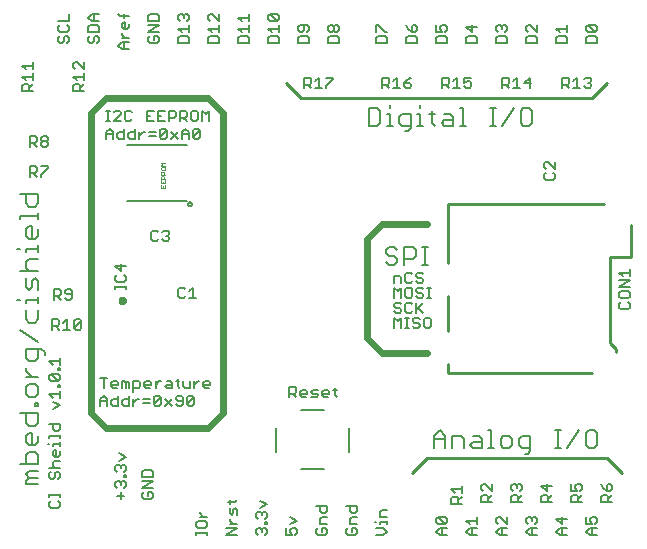
<source format=gto>
G75*
%MOIN*%
%OFA0B0*%
%FSLAX25Y25*%
%IPPOS*%
%LPD*%
%AMOC8*
5,1,8,0,0,1.08239X$1,22.5*
%
%ADD10C,0.00800*%
%ADD11C,0.00500*%
%ADD12C,0.01000*%
%ADD13C,0.02400*%
%ADD14C,0.00600*%
%ADD15C,0.00100*%
%ADD16C,0.00787*%
%ADD17C,0.01600*%
D10*
X0070600Y0041400D02*
X0066463Y0041400D01*
X0066463Y0042434D01*
X0067497Y0043468D01*
X0070600Y0043468D01*
X0067497Y0043468D02*
X0066463Y0044503D01*
X0067497Y0045537D01*
X0070600Y0045537D01*
X0064395Y0047845D02*
X0070600Y0047845D01*
X0070600Y0050948D01*
X0069566Y0051982D01*
X0067497Y0051982D01*
X0066463Y0050948D01*
X0066463Y0047845D01*
X0070600Y0057394D02*
X0070600Y0055325D01*
X0069566Y0054291D01*
X0067497Y0054291D01*
X0066463Y0055325D01*
X0066463Y0057394D01*
X0067497Y0058428D01*
X0068532Y0058428D01*
X0068532Y0054291D01*
X0064395Y0064873D02*
X0070600Y0064873D01*
X0070600Y0061771D01*
X0069566Y0060736D01*
X0067497Y0060736D01*
X0066463Y0061771D01*
X0066463Y0064873D01*
X0070600Y0067182D02*
X0069566Y0067182D01*
X0069566Y0068216D01*
X0070600Y0068216D01*
X0070600Y0067182D01*
X0070600Y0071439D02*
X0070600Y0073507D01*
X0069566Y0074542D01*
X0067497Y0074542D01*
X0066463Y0073507D01*
X0066463Y0071439D01*
X0067497Y0070405D01*
X0069566Y0070405D01*
X0070600Y0071439D01*
X0070600Y0076850D02*
X0066463Y0076850D01*
X0068532Y0076850D02*
X0066463Y0078919D01*
X0066463Y0079953D01*
X0072668Y0084290D02*
X0072668Y0085324D01*
X0071634Y0086358D01*
X0066463Y0086358D01*
X0066463Y0083256D01*
X0067497Y0082221D01*
X0069566Y0082221D01*
X0070600Y0083256D01*
X0070600Y0086358D01*
X0070600Y0088667D02*
X0064395Y0092804D01*
X0066463Y0099249D02*
X0066463Y0096147D01*
X0067497Y0095112D01*
X0069566Y0095112D01*
X0070600Y0096147D01*
X0070600Y0099249D01*
X0066463Y0101558D02*
X0066463Y0102592D01*
X0070600Y0102592D01*
X0070600Y0101558D02*
X0070600Y0103626D01*
X0064395Y0102592D02*
X0063360Y0102592D01*
X0070600Y0105855D02*
X0070600Y0108958D01*
X0069566Y0109992D01*
X0068532Y0108958D01*
X0068532Y0106889D01*
X0067497Y0105855D01*
X0066463Y0106889D01*
X0066463Y0109992D01*
X0064395Y0112300D02*
X0070600Y0112300D01*
X0067497Y0112300D02*
X0066463Y0113335D01*
X0066463Y0115403D01*
X0067497Y0116437D01*
X0070600Y0116437D01*
X0066463Y0118746D02*
X0066463Y0119780D01*
X0070600Y0119780D01*
X0070600Y0118746D02*
X0070600Y0120814D01*
X0064395Y0119780D02*
X0063360Y0119780D01*
X0070600Y0126146D02*
X0070600Y0124077D01*
X0069566Y0123043D01*
X0067497Y0123043D01*
X0066463Y0124077D01*
X0066463Y0126146D01*
X0067497Y0127180D01*
X0068532Y0127180D01*
X0068532Y0123043D01*
X0064395Y0129488D02*
X0064395Y0130523D01*
X0070600Y0130523D01*
X0070600Y0131557D02*
X0070600Y0129488D01*
X0064395Y0137922D02*
X0070600Y0137922D01*
X0070600Y0134820D01*
X0069566Y0133785D01*
X0067497Y0133785D01*
X0066463Y0134820D01*
X0066463Y0137922D01*
X0202400Y0053400D02*
X0202400Y0057270D01*
X0204335Y0059205D01*
X0206270Y0057270D01*
X0206270Y0053400D01*
X0206270Y0056302D02*
X0202400Y0056302D01*
X0208477Y0053400D02*
X0208477Y0057270D01*
X0211380Y0057270D01*
X0212347Y0056302D01*
X0212347Y0053400D01*
X0215522Y0057270D02*
X0217457Y0057270D01*
X0218424Y0056302D01*
X0218424Y0053400D01*
X0215522Y0053400D01*
X0214554Y0054367D01*
X0215522Y0055335D01*
X0218424Y0055335D01*
X0220632Y0059205D02*
X0221599Y0059205D01*
X0221599Y0053400D01*
X0220632Y0053400D02*
X0222567Y0053400D01*
X0225651Y0053400D02*
X0227585Y0053400D01*
X0228553Y0054367D01*
X0228553Y0056302D01*
X0227585Y0057270D01*
X0225651Y0057270D01*
X0224683Y0056302D01*
X0224683Y0054367D01*
X0225651Y0053400D01*
X0232695Y0051465D02*
X0233663Y0051465D01*
X0234630Y0052433D01*
X0234630Y0057270D01*
X0231728Y0057270D01*
X0230760Y0056302D01*
X0230760Y0054367D01*
X0231728Y0053400D01*
X0234630Y0053400D01*
X0242915Y0053400D02*
X0244850Y0053400D01*
X0243882Y0053400D02*
X0243882Y0059205D01*
X0242915Y0059205D02*
X0244850Y0059205D01*
X0250836Y0059205D02*
X0246966Y0053400D01*
X0255946Y0059205D02*
X0254011Y0059205D01*
X0253043Y0058237D01*
X0253043Y0054367D01*
X0254011Y0053400D01*
X0255946Y0053400D01*
X0256913Y0054367D01*
X0256913Y0058237D01*
X0255946Y0059205D01*
X0180680Y0166605D02*
X0180680Y0160800D01*
X0183582Y0160800D01*
X0184549Y0161767D01*
X0184549Y0165637D01*
X0183582Y0166605D01*
X0180680Y0166605D01*
X0186757Y0164670D02*
X0187724Y0164670D01*
X0187724Y0160800D01*
X0186757Y0160800D02*
X0188692Y0160800D01*
X0187724Y0166605D02*
X0187724Y0167572D01*
X0192743Y0158865D02*
X0193711Y0158865D01*
X0194678Y0159833D01*
X0194678Y0164670D01*
X0191776Y0164670D01*
X0190808Y0163702D01*
X0190808Y0161767D01*
X0191776Y0160800D01*
X0194678Y0160800D01*
X0196885Y0164670D02*
X0197853Y0164670D01*
X0197853Y0160800D01*
X0198820Y0160800D02*
X0196885Y0160800D01*
X0197853Y0166605D02*
X0197853Y0167572D01*
X0201904Y0165637D02*
X0201904Y0161767D01*
X0202872Y0160800D01*
X0202872Y0164670D02*
X0200937Y0164670D01*
X0205956Y0164670D02*
X0207891Y0164670D01*
X0208858Y0163702D01*
X0208858Y0160800D01*
X0205956Y0160800D01*
X0204988Y0161767D01*
X0205956Y0162735D01*
X0208858Y0162735D01*
X0211065Y0166605D02*
X0212033Y0166605D01*
X0212033Y0160800D01*
X0213000Y0160800D02*
X0211065Y0160800D01*
X0221194Y0160800D02*
X0223129Y0160800D01*
X0222162Y0160800D02*
X0222162Y0166605D01*
X0223129Y0166605D02*
X0221194Y0166605D01*
X0225246Y0160800D02*
X0229116Y0166605D01*
X0234225Y0166605D02*
X0232290Y0166605D01*
X0231323Y0165637D01*
X0231323Y0161767D01*
X0232290Y0160800D01*
X0234225Y0160800D01*
X0235193Y0161767D01*
X0235193Y0165637D01*
X0234225Y0166605D01*
X0190270Y0119237D02*
X0189302Y0120205D01*
X0187367Y0120205D01*
X0186400Y0119237D01*
X0186400Y0118270D01*
X0187367Y0117302D01*
X0189302Y0117302D01*
X0190270Y0116335D01*
X0190270Y0115367D01*
X0189302Y0114400D01*
X0187367Y0114400D01*
X0186400Y0115367D01*
X0192477Y0114400D02*
X0192477Y0120205D01*
X0195380Y0120205D01*
X0196347Y0119237D01*
X0196347Y0117302D01*
X0195380Y0116335D01*
X0192477Y0116335D01*
X0198554Y0114400D02*
X0200489Y0114400D01*
X0199522Y0114400D02*
X0199522Y0120205D01*
X0200489Y0120205D02*
X0198554Y0120205D01*
D11*
X0253247Y0188250D02*
X0256750Y0188250D01*
X0256750Y0190001D01*
X0256166Y0190585D01*
X0253831Y0190585D01*
X0253247Y0190001D01*
X0253247Y0188250D01*
X0256166Y0191933D02*
X0253831Y0191933D01*
X0253247Y0192517D01*
X0253247Y0193685D01*
X0253831Y0194268D01*
X0256166Y0194268D01*
X0256750Y0193685D01*
X0256750Y0192517D01*
X0256166Y0191933D01*
X0253831Y0194268D01*
X0243247Y0188250D02*
X0246750Y0188250D01*
X0246750Y0190001D01*
X0246166Y0190585D01*
X0243831Y0190585D01*
X0243247Y0190001D01*
X0243247Y0188250D01*
X0244415Y0191933D02*
X0243247Y0193101D01*
X0246750Y0193101D01*
X0246750Y0194268D02*
X0246750Y0191933D01*
X0233247Y0188250D02*
X0236750Y0188250D01*
X0236750Y0190001D01*
X0236166Y0190585D01*
X0233831Y0190585D01*
X0233247Y0190001D01*
X0233247Y0188250D01*
X0236750Y0194268D02*
X0236750Y0191933D01*
X0234415Y0194268D01*
X0233831Y0194268D01*
X0233247Y0193685D01*
X0233247Y0192517D01*
X0233831Y0191933D01*
X0223247Y0188250D02*
X0226750Y0188250D01*
X0226750Y0190001D01*
X0226166Y0190585D01*
X0223831Y0190585D01*
X0223247Y0190001D01*
X0223247Y0188250D01*
X0223831Y0191933D02*
X0223247Y0192517D01*
X0223247Y0193685D01*
X0223831Y0194268D01*
X0224415Y0194268D01*
X0224999Y0193685D01*
X0224999Y0193101D01*
X0224999Y0193685D02*
X0225582Y0194268D01*
X0226166Y0194268D01*
X0226750Y0193685D01*
X0226750Y0192517D01*
X0226166Y0191933D01*
X0213247Y0188250D02*
X0216750Y0188250D01*
X0216750Y0190001D01*
X0216166Y0190585D01*
X0213831Y0190585D01*
X0213247Y0190001D01*
X0213247Y0188250D01*
X0216750Y0193685D02*
X0213247Y0193685D01*
X0214999Y0191933D01*
X0214999Y0194268D01*
X0203247Y0188250D02*
X0206750Y0188250D01*
X0206750Y0190001D01*
X0206166Y0190585D01*
X0203831Y0190585D01*
X0203247Y0190001D01*
X0203247Y0188250D01*
X0203247Y0194268D02*
X0203247Y0191933D01*
X0204999Y0191933D01*
X0204415Y0193101D01*
X0204415Y0193685D01*
X0204999Y0194268D01*
X0206166Y0194268D01*
X0206750Y0193685D01*
X0206750Y0192517D01*
X0206166Y0191933D01*
X0193247Y0188250D02*
X0196750Y0188250D01*
X0196750Y0190001D01*
X0196166Y0190585D01*
X0193831Y0190585D01*
X0193247Y0190001D01*
X0193247Y0188250D01*
X0193247Y0194268D02*
X0193831Y0193101D01*
X0194999Y0191933D01*
X0196166Y0191933D01*
X0196750Y0192517D01*
X0196750Y0193685D01*
X0196166Y0194268D01*
X0195582Y0194268D01*
X0194999Y0193685D01*
X0194999Y0191933D01*
X0183247Y0188250D02*
X0186750Y0188250D01*
X0186750Y0190001D01*
X0186166Y0190585D01*
X0183831Y0190585D01*
X0183247Y0190001D01*
X0183247Y0188250D01*
X0183247Y0191933D02*
X0183247Y0194268D01*
X0183831Y0194268D01*
X0186166Y0191933D01*
X0186750Y0191933D01*
X0167247Y0188250D02*
X0170750Y0188250D01*
X0170750Y0190001D01*
X0170166Y0190585D01*
X0167831Y0190585D01*
X0167247Y0190001D01*
X0167247Y0188250D01*
X0167831Y0191933D02*
X0167247Y0192517D01*
X0167247Y0193685D01*
X0167831Y0194268D01*
X0168415Y0194268D01*
X0168999Y0193685D01*
X0169582Y0194268D01*
X0170166Y0194268D01*
X0170750Y0193685D01*
X0170750Y0192517D01*
X0170166Y0191933D01*
X0169582Y0191933D01*
X0168999Y0192517D01*
X0168415Y0191933D01*
X0167831Y0191933D01*
X0168999Y0192517D02*
X0168999Y0193685D01*
X0157247Y0188250D02*
X0160750Y0188250D01*
X0160750Y0190001D01*
X0160166Y0190585D01*
X0157831Y0190585D01*
X0157247Y0190001D01*
X0157247Y0188250D01*
X0160166Y0191933D02*
X0160750Y0192517D01*
X0160750Y0193685D01*
X0160166Y0194268D01*
X0157831Y0194268D01*
X0157247Y0193685D01*
X0157247Y0192517D01*
X0157831Y0191933D01*
X0158415Y0191933D01*
X0158999Y0192517D01*
X0158999Y0194268D01*
X0147247Y0188250D02*
X0150750Y0188250D01*
X0150750Y0190001D01*
X0150166Y0190585D01*
X0147831Y0190585D01*
X0147247Y0190001D01*
X0147247Y0188250D01*
X0148415Y0191933D02*
X0147247Y0193101D01*
X0150750Y0193101D01*
X0150750Y0194268D02*
X0150750Y0191933D01*
X0150166Y0195616D02*
X0147831Y0195616D01*
X0147247Y0196200D01*
X0147247Y0197368D01*
X0147831Y0197952D01*
X0150166Y0197952D01*
X0150750Y0197368D01*
X0150750Y0196200D01*
X0150166Y0195616D01*
X0147831Y0197952D01*
X0137247Y0188250D02*
X0140750Y0188250D01*
X0140750Y0190001D01*
X0140166Y0190585D01*
X0137831Y0190585D01*
X0137247Y0190001D01*
X0137247Y0188250D01*
X0138415Y0191933D02*
X0137247Y0193101D01*
X0140750Y0193101D01*
X0140750Y0194268D02*
X0140750Y0191933D01*
X0138415Y0195616D02*
X0137247Y0196784D01*
X0140750Y0196784D01*
X0140750Y0195616D02*
X0140750Y0197952D01*
X0127247Y0188250D02*
X0130750Y0188250D01*
X0130750Y0190001D01*
X0130166Y0190585D01*
X0127831Y0190585D01*
X0127247Y0190001D01*
X0127247Y0188250D01*
X0128415Y0191933D02*
X0127247Y0193101D01*
X0130750Y0193101D01*
X0130750Y0194268D02*
X0130750Y0191933D01*
X0130750Y0197952D02*
X0130750Y0195616D01*
X0128415Y0197952D01*
X0127831Y0197952D01*
X0127247Y0197368D01*
X0127247Y0196200D01*
X0127831Y0195616D01*
X0117247Y0188250D02*
X0120750Y0188250D01*
X0120750Y0190001D01*
X0120166Y0190585D01*
X0117831Y0190585D01*
X0117247Y0190001D01*
X0117247Y0188250D01*
X0118415Y0191933D02*
X0117247Y0193101D01*
X0120750Y0193101D01*
X0120750Y0194268D02*
X0120750Y0191933D01*
X0117831Y0195616D02*
X0117247Y0196200D01*
X0117247Y0197368D01*
X0117831Y0197952D01*
X0118415Y0197952D01*
X0118999Y0197368D01*
X0118999Y0196784D01*
X0118999Y0197368D02*
X0119582Y0197952D01*
X0120166Y0197952D01*
X0120750Y0197368D01*
X0120750Y0196200D01*
X0120166Y0195616D01*
X0107831Y0190585D02*
X0107247Y0190001D01*
X0107247Y0188834D01*
X0107831Y0188250D01*
X0110166Y0188250D01*
X0110750Y0188834D01*
X0110750Y0190001D01*
X0110166Y0190585D01*
X0108999Y0190585D01*
X0108999Y0189418D01*
X0110750Y0191933D02*
X0107247Y0191933D01*
X0110750Y0194268D01*
X0107247Y0194268D01*
X0107247Y0195616D02*
X0110750Y0195616D01*
X0110750Y0197368D01*
X0110166Y0197952D01*
X0107831Y0197952D01*
X0107247Y0197368D01*
X0107247Y0195616D01*
X0100750Y0186250D02*
X0098415Y0186250D01*
X0097247Y0187418D01*
X0098415Y0188585D01*
X0100750Y0188585D01*
X0098999Y0188585D02*
X0098999Y0186250D01*
X0098415Y0189933D02*
X0100750Y0189933D01*
X0099582Y0189933D02*
X0098415Y0191101D01*
X0098415Y0191685D01*
X0100750Y0194754D02*
X0100750Y0193586D01*
X0100166Y0193002D01*
X0098999Y0193002D01*
X0098415Y0193586D01*
X0098415Y0194754D01*
X0098999Y0195338D01*
X0099582Y0195338D01*
X0099582Y0193002D01*
X0100750Y0197269D02*
X0097831Y0197269D01*
X0097247Y0197853D01*
X0098999Y0197853D02*
X0098999Y0196686D01*
X0087831Y0190585D02*
X0087247Y0190001D01*
X0087247Y0188834D01*
X0087831Y0188250D01*
X0088415Y0188250D01*
X0088999Y0188834D01*
X0088999Y0190001D01*
X0089582Y0190585D01*
X0090166Y0190585D01*
X0090750Y0190001D01*
X0090750Y0188834D01*
X0090166Y0188250D01*
X0087247Y0191933D02*
X0090750Y0191933D01*
X0090750Y0193685D01*
X0090166Y0194268D01*
X0087831Y0194268D01*
X0087247Y0193685D01*
X0087247Y0191933D01*
X0090750Y0195616D02*
X0088415Y0195616D01*
X0087247Y0196784D01*
X0088415Y0197952D01*
X0090750Y0197952D01*
X0088999Y0197952D02*
X0088999Y0195616D01*
X0077831Y0190585D02*
X0077247Y0190001D01*
X0077247Y0188834D01*
X0077831Y0188250D01*
X0078415Y0188250D01*
X0078999Y0188834D01*
X0078999Y0190001D01*
X0079582Y0190585D01*
X0080166Y0190585D01*
X0080750Y0190001D01*
X0080750Y0188834D01*
X0080166Y0188250D01*
X0077831Y0194268D02*
X0077247Y0193685D01*
X0077247Y0192517D01*
X0077831Y0191933D01*
X0080166Y0191933D01*
X0080750Y0192517D01*
X0080750Y0193685D01*
X0080166Y0194268D01*
X0077247Y0195616D02*
X0080750Y0195616D01*
X0080750Y0197952D01*
X0256750Y0024250D02*
X0254415Y0024250D01*
X0253247Y0025418D01*
X0254415Y0026585D01*
X0256750Y0026585D01*
X0254999Y0026585D02*
X0254999Y0024250D01*
X0253247Y0030268D02*
X0253247Y0027933D01*
X0254999Y0027933D01*
X0254415Y0029101D01*
X0254415Y0029685D01*
X0254999Y0030268D01*
X0256166Y0030268D01*
X0256750Y0029685D01*
X0256750Y0028517D01*
X0256166Y0027933D01*
X0246750Y0024250D02*
X0244415Y0024250D01*
X0243247Y0025418D01*
X0244415Y0026585D01*
X0246750Y0026585D01*
X0244999Y0026585D02*
X0244999Y0024250D01*
X0246750Y0029685D02*
X0243247Y0029685D01*
X0244999Y0027933D01*
X0244999Y0030268D01*
X0236750Y0024250D02*
X0234415Y0024250D01*
X0233247Y0025418D01*
X0234415Y0026585D01*
X0236750Y0026585D01*
X0234999Y0026585D02*
X0234999Y0024250D01*
X0233831Y0027933D02*
X0233247Y0028517D01*
X0233247Y0029685D01*
X0233831Y0030268D01*
X0234415Y0030268D01*
X0234999Y0029685D01*
X0234999Y0029101D01*
X0234999Y0029685D02*
X0235582Y0030268D01*
X0236166Y0030268D01*
X0236750Y0029685D01*
X0236750Y0028517D01*
X0236166Y0027933D01*
X0226750Y0024250D02*
X0224415Y0024250D01*
X0223247Y0025418D01*
X0224415Y0026585D01*
X0226750Y0026585D01*
X0224999Y0026585D02*
X0224999Y0024250D01*
X0226750Y0030268D02*
X0226750Y0027933D01*
X0224415Y0030268D01*
X0223831Y0030268D01*
X0223247Y0029685D01*
X0223247Y0028517D01*
X0223831Y0027933D01*
X0216750Y0024250D02*
X0214415Y0024250D01*
X0213247Y0025418D01*
X0214415Y0026585D01*
X0216750Y0026585D01*
X0214999Y0026585D02*
X0214999Y0024250D01*
X0214415Y0027933D02*
X0213247Y0029101D01*
X0216750Y0029101D01*
X0216750Y0030268D02*
X0216750Y0027933D01*
X0206750Y0024250D02*
X0204415Y0024250D01*
X0203247Y0025418D01*
X0204415Y0026585D01*
X0206750Y0026585D01*
X0204999Y0026585D02*
X0204999Y0024250D01*
X0206166Y0027933D02*
X0203831Y0027933D01*
X0203247Y0028517D01*
X0203247Y0029685D01*
X0203831Y0030268D01*
X0206166Y0030268D01*
X0206750Y0029685D01*
X0206750Y0028517D01*
X0206166Y0027933D01*
X0203831Y0030268D01*
X0183247Y0024250D02*
X0185582Y0024250D01*
X0186750Y0025418D01*
X0185582Y0026585D01*
X0183247Y0026585D01*
X0184415Y0027933D02*
X0184415Y0028517D01*
X0186750Y0028517D01*
X0186750Y0027933D02*
X0186750Y0029101D01*
X0183247Y0028517D02*
X0182663Y0028517D01*
X0186750Y0030389D02*
X0184415Y0030389D01*
X0184415Y0032140D01*
X0184999Y0032724D01*
X0186750Y0032724D01*
X0173831Y0026585D02*
X0173247Y0026001D01*
X0173247Y0024834D01*
X0173831Y0024250D01*
X0176166Y0024250D01*
X0176750Y0024834D01*
X0176750Y0026001D01*
X0176166Y0026585D01*
X0174999Y0026585D01*
X0174999Y0025418D01*
X0176750Y0027933D02*
X0174415Y0027933D01*
X0174415Y0029685D01*
X0174999Y0030268D01*
X0176750Y0030268D01*
X0173247Y0033952D02*
X0176750Y0033952D01*
X0176750Y0032200D01*
X0176166Y0031616D01*
X0174999Y0031616D01*
X0174415Y0032200D01*
X0174415Y0033952D01*
X0153247Y0026585D02*
X0153247Y0024250D01*
X0154999Y0024250D01*
X0154415Y0025418D01*
X0154415Y0026001D01*
X0154999Y0026585D01*
X0156166Y0026585D01*
X0156750Y0026001D01*
X0156750Y0024834D01*
X0156166Y0024250D01*
X0154415Y0027933D02*
X0156750Y0029101D01*
X0154415Y0030268D01*
X0143831Y0024250D02*
X0143247Y0024834D01*
X0143247Y0026001D01*
X0143831Y0026585D01*
X0144415Y0026585D01*
X0144999Y0026001D01*
X0144999Y0025418D01*
X0144999Y0026001D02*
X0145582Y0026585D01*
X0146166Y0026585D01*
X0146750Y0026001D01*
X0146750Y0024834D01*
X0146166Y0024250D01*
X0146750Y0027933D02*
X0146166Y0027933D01*
X0146166Y0028517D01*
X0146750Y0028517D01*
X0146750Y0027933D01*
X0143831Y0029775D02*
X0143247Y0030359D01*
X0143247Y0031526D01*
X0143831Y0032110D01*
X0144415Y0032110D01*
X0144999Y0031526D01*
X0144999Y0030942D01*
X0144999Y0031526D02*
X0145582Y0032110D01*
X0146166Y0032110D01*
X0146750Y0031526D01*
X0146750Y0030359D01*
X0146166Y0029775D01*
X0144415Y0033458D02*
X0146750Y0034626D01*
X0144415Y0035793D01*
X0163831Y0026585D02*
X0163247Y0026001D01*
X0163247Y0024834D01*
X0163831Y0024250D01*
X0166166Y0024250D01*
X0166750Y0024834D01*
X0166750Y0026001D01*
X0166166Y0026585D01*
X0164999Y0026585D01*
X0164999Y0025418D01*
X0166750Y0027933D02*
X0164415Y0027933D01*
X0164415Y0029685D01*
X0164999Y0030268D01*
X0166750Y0030268D01*
X0163247Y0033952D02*
X0166750Y0033952D01*
X0166750Y0032200D01*
X0166166Y0031616D01*
X0164999Y0031616D01*
X0164415Y0032200D01*
X0164415Y0033952D01*
X0136750Y0024250D02*
X0133247Y0024250D01*
X0136750Y0026585D01*
X0133247Y0026585D01*
X0134415Y0027933D02*
X0136750Y0027933D01*
X0135582Y0027933D02*
X0134415Y0029101D01*
X0134415Y0029685D01*
X0136750Y0031002D02*
X0136750Y0032754D01*
X0136166Y0033338D01*
X0135582Y0032754D01*
X0135582Y0031586D01*
X0134999Y0031002D01*
X0134415Y0031586D01*
X0134415Y0033338D01*
X0133831Y0035269D02*
X0136166Y0035269D01*
X0136750Y0035853D01*
X0134415Y0035853D02*
X0134415Y0034686D01*
X0126750Y0025418D02*
X0126750Y0024250D01*
X0126750Y0024834D02*
X0123247Y0024834D01*
X0123247Y0024250D02*
X0123247Y0025418D01*
X0123247Y0028457D02*
X0123247Y0027289D01*
X0123831Y0026705D01*
X0126166Y0026705D01*
X0126750Y0027289D01*
X0126750Y0028457D01*
X0126166Y0029041D01*
X0123831Y0029041D01*
X0123247Y0028457D01*
X0124415Y0030389D02*
X0126750Y0030389D01*
X0125582Y0030389D02*
X0124415Y0031556D01*
X0124415Y0032140D01*
X0189250Y0108250D02*
X0189250Y0110585D01*
X0191001Y0110585D01*
X0191585Y0110001D01*
X0191585Y0108250D01*
X0195268Y0111169D02*
X0194685Y0111753D01*
X0193517Y0111753D01*
X0192933Y0111169D01*
X0192933Y0108834D01*
X0193517Y0108250D01*
X0194685Y0108250D01*
X0195268Y0108834D01*
X0198952Y0111169D02*
X0198368Y0111753D01*
X0197200Y0111753D01*
X0196616Y0111169D01*
X0196616Y0110585D01*
X0197200Y0110001D01*
X0198368Y0110001D01*
X0198952Y0109418D01*
X0198952Y0108834D01*
X0198368Y0108250D01*
X0197200Y0108250D01*
X0196616Y0108834D01*
X0189250Y0103250D02*
X0189250Y0106753D01*
X0190418Y0105585D01*
X0191585Y0106753D01*
X0191585Y0103250D01*
X0194685Y0106753D02*
X0193517Y0106753D01*
X0192933Y0106169D01*
X0192933Y0103834D01*
X0193517Y0103250D01*
X0194685Y0103250D01*
X0195268Y0103834D01*
X0195268Y0106169D01*
X0194685Y0106753D01*
X0198952Y0106169D02*
X0198368Y0106753D01*
X0197200Y0106753D01*
X0196616Y0106169D01*
X0196616Y0105585D01*
X0197200Y0105001D01*
X0198368Y0105001D01*
X0198952Y0104418D01*
X0198952Y0103834D01*
X0198368Y0103250D01*
X0197200Y0103250D01*
X0196616Y0103834D01*
X0200299Y0103250D02*
X0201467Y0103250D01*
X0200883Y0103250D02*
X0200883Y0106753D01*
X0200299Y0106753D02*
X0201467Y0106753D01*
X0189250Y0093250D02*
X0189250Y0096753D01*
X0190418Y0095585D01*
X0191585Y0096753D01*
X0191585Y0093250D01*
X0192933Y0093250D02*
X0194101Y0093250D01*
X0193517Y0093250D02*
X0193517Y0096753D01*
X0192933Y0096753D02*
X0194101Y0096753D01*
X0197724Y0096169D02*
X0197140Y0096753D01*
X0195972Y0096753D01*
X0195389Y0096169D01*
X0195389Y0095585D01*
X0195972Y0095001D01*
X0197140Y0095001D01*
X0197724Y0094418D01*
X0197724Y0093834D01*
X0197140Y0093250D01*
X0195972Y0093250D01*
X0195389Y0093834D01*
X0200823Y0096753D02*
X0199656Y0096753D01*
X0199072Y0096169D01*
X0199072Y0093834D01*
X0199656Y0093250D01*
X0200823Y0093250D01*
X0201407Y0093834D01*
X0201407Y0096169D01*
X0200823Y0096753D01*
X0191585Y0101169D02*
X0191001Y0101753D01*
X0189834Y0101753D01*
X0189250Y0101169D01*
X0189250Y0100585D01*
X0189834Y0100001D01*
X0191001Y0100001D01*
X0191585Y0099418D01*
X0191585Y0098834D01*
X0191001Y0098250D01*
X0189834Y0098250D01*
X0189250Y0098834D01*
X0195268Y0101169D02*
X0194685Y0101753D01*
X0193517Y0101753D01*
X0192933Y0101169D01*
X0192933Y0098834D01*
X0193517Y0098250D01*
X0194685Y0098250D01*
X0195268Y0098834D01*
X0196616Y0098250D02*
X0196616Y0101753D01*
X0196616Y0099418D02*
X0198952Y0101753D01*
X0197200Y0100001D02*
X0198952Y0098250D01*
X0094418Y0162250D02*
X0093250Y0162250D01*
X0093834Y0162250D02*
X0093834Y0165753D01*
X0093250Y0165753D02*
X0094418Y0165753D01*
X0098041Y0162250D02*
X0095705Y0162250D01*
X0098041Y0164585D01*
X0098041Y0165169D01*
X0097457Y0165753D01*
X0096289Y0165753D01*
X0095705Y0165169D01*
X0101724Y0165169D02*
X0101140Y0165753D01*
X0099972Y0165753D01*
X0099389Y0165169D01*
X0099389Y0162834D01*
X0099972Y0162250D01*
X0101140Y0162250D01*
X0101724Y0162834D01*
X0109090Y0165753D02*
X0106755Y0165753D01*
X0106755Y0162250D01*
X0109090Y0162250D01*
X0107923Y0164001D02*
X0106755Y0164001D01*
X0112773Y0165753D02*
X0110438Y0165753D01*
X0110438Y0162250D01*
X0112773Y0162250D01*
X0111606Y0164001D02*
X0110438Y0164001D01*
X0114121Y0162250D02*
X0114121Y0165753D01*
X0115873Y0165753D01*
X0116456Y0165169D01*
X0116456Y0164001D01*
X0115873Y0163418D01*
X0114121Y0163418D01*
X0117804Y0162250D02*
X0117804Y0165753D01*
X0119556Y0165753D01*
X0120140Y0165169D01*
X0120140Y0164001D01*
X0119556Y0163418D01*
X0117804Y0163418D01*
X0118972Y0163418D02*
X0120140Y0162250D01*
X0123239Y0165753D02*
X0122071Y0165753D01*
X0121487Y0165169D01*
X0121487Y0162834D01*
X0122071Y0162250D01*
X0123239Y0162250D01*
X0123823Y0162834D01*
X0123823Y0165169D01*
X0123239Y0165753D01*
X0125171Y0162250D02*
X0125171Y0165753D01*
X0126338Y0164585D01*
X0127506Y0165753D01*
X0127506Y0162250D01*
X0092418Y0076753D02*
X0092418Y0073250D01*
X0091250Y0076753D02*
X0093585Y0076753D01*
X0096685Y0073250D02*
X0095517Y0073250D01*
X0094933Y0073834D01*
X0094933Y0075001D01*
X0095517Y0075585D01*
X0096685Y0075585D01*
X0097268Y0075001D01*
X0097268Y0074418D01*
X0094933Y0074418D01*
X0098616Y0073250D02*
X0098616Y0075585D01*
X0099200Y0075585D01*
X0099784Y0075001D01*
X0099784Y0073250D01*
X0099784Y0075001D02*
X0100368Y0075585D01*
X0100952Y0075001D01*
X0100952Y0073250D01*
X0102299Y0072082D02*
X0102299Y0075585D01*
X0104051Y0075585D01*
X0104635Y0075001D01*
X0104635Y0073834D01*
X0104051Y0073250D01*
X0102299Y0073250D01*
X0107734Y0073250D02*
X0106566Y0073250D01*
X0105983Y0073834D01*
X0105983Y0075001D01*
X0106566Y0075585D01*
X0107734Y0075585D01*
X0108318Y0075001D01*
X0108318Y0074418D01*
X0105983Y0074418D01*
X0109666Y0073250D02*
X0109666Y0075585D01*
X0109666Y0074418D02*
X0110833Y0075585D01*
X0111417Y0075585D01*
X0113319Y0075585D02*
X0114486Y0075585D01*
X0115070Y0075001D01*
X0115070Y0073250D01*
X0113319Y0073250D01*
X0112735Y0073834D01*
X0113319Y0074418D01*
X0115070Y0074418D01*
X0117002Y0076169D02*
X0117002Y0073834D01*
X0117586Y0073250D01*
X0117586Y0075585D02*
X0116418Y0075585D01*
X0118874Y0075585D02*
X0118874Y0073834D01*
X0119457Y0073250D01*
X0121209Y0073250D01*
X0121209Y0075585D01*
X0122557Y0075585D02*
X0122557Y0073250D01*
X0122557Y0074418D02*
X0123724Y0075585D01*
X0124308Y0075585D01*
X0127377Y0073250D02*
X0126210Y0073250D01*
X0125626Y0073834D01*
X0125626Y0075001D01*
X0126210Y0075585D01*
X0127377Y0075585D01*
X0127961Y0075001D01*
X0127961Y0074418D01*
X0125626Y0074418D01*
X0093250Y0156250D02*
X0093250Y0158585D01*
X0094418Y0159753D01*
X0095585Y0158585D01*
X0095585Y0156250D01*
X0095585Y0158001D02*
X0093250Y0158001D01*
X0099268Y0159753D02*
X0099268Y0156250D01*
X0097517Y0156250D01*
X0096933Y0156834D01*
X0096933Y0158001D01*
X0097517Y0158585D01*
X0099268Y0158585D01*
X0102952Y0159753D02*
X0102952Y0156250D01*
X0101200Y0156250D01*
X0100616Y0156834D01*
X0100616Y0158001D01*
X0101200Y0158585D01*
X0102952Y0158585D01*
X0104299Y0158585D02*
X0104299Y0156250D01*
X0104299Y0157418D02*
X0105467Y0158585D01*
X0106051Y0158585D01*
X0107369Y0157418D02*
X0109704Y0157418D01*
X0109704Y0158585D02*
X0107369Y0158585D01*
X0111052Y0156834D02*
X0111052Y0159169D01*
X0111636Y0159753D01*
X0112803Y0159753D01*
X0113387Y0159169D01*
X0113387Y0156834D01*
X0112803Y0156250D01*
X0111636Y0156250D01*
X0111052Y0156834D01*
X0113387Y0159169D01*
X0114735Y0158585D02*
X0117070Y0156250D01*
X0114735Y0156250D02*
X0117070Y0158585D01*
X0118418Y0156250D02*
X0118418Y0158585D01*
X0119586Y0159753D01*
X0120753Y0158585D01*
X0120753Y0156250D01*
X0120753Y0158001D02*
X0118418Y0158001D01*
X0122101Y0156834D02*
X0122101Y0159169D01*
X0122685Y0159753D01*
X0123853Y0159753D01*
X0124437Y0159169D01*
X0124437Y0156834D01*
X0123853Y0156250D01*
X0122685Y0156250D01*
X0122101Y0156834D01*
X0124437Y0159169D01*
X0091250Y0067250D02*
X0091250Y0069585D01*
X0092418Y0070753D01*
X0093585Y0069585D01*
X0093585Y0067250D01*
X0093585Y0069001D02*
X0091250Y0069001D01*
X0097268Y0070753D02*
X0097268Y0067250D01*
X0095517Y0067250D01*
X0094933Y0067834D01*
X0094933Y0069001D01*
X0095517Y0069585D01*
X0097268Y0069585D01*
X0100952Y0070753D02*
X0100952Y0067250D01*
X0099200Y0067250D01*
X0098616Y0067834D01*
X0098616Y0069001D01*
X0099200Y0069585D01*
X0100952Y0069585D01*
X0102299Y0069585D02*
X0102299Y0067250D01*
X0102299Y0068418D02*
X0103467Y0069585D01*
X0104051Y0069585D01*
X0105369Y0068418D02*
X0107704Y0068418D01*
X0107704Y0069585D02*
X0105369Y0069585D01*
X0109052Y0067834D02*
X0109052Y0070169D01*
X0109636Y0070753D01*
X0110803Y0070753D01*
X0111387Y0070169D01*
X0111387Y0067834D01*
X0110803Y0067250D01*
X0109636Y0067250D01*
X0109052Y0067834D01*
X0111387Y0070169D01*
X0112735Y0069585D02*
X0115070Y0067250D01*
X0112735Y0067250D02*
X0115070Y0069585D01*
X0116418Y0067834D02*
X0117002Y0067250D01*
X0118170Y0067250D01*
X0118753Y0067834D01*
X0118753Y0070169D01*
X0118170Y0070753D01*
X0117002Y0070753D01*
X0116418Y0070169D01*
X0116418Y0069585D01*
X0117002Y0069001D01*
X0118753Y0069001D01*
X0120101Y0067834D02*
X0120101Y0070169D01*
X0120685Y0070753D01*
X0121853Y0070753D01*
X0122437Y0070169D01*
X0122437Y0067834D01*
X0121853Y0067250D01*
X0120685Y0067250D01*
X0120101Y0067834D01*
X0122437Y0070169D01*
X0074831Y0035585D02*
X0074247Y0035001D01*
X0074247Y0033834D01*
X0074831Y0033250D01*
X0077166Y0033250D01*
X0077750Y0033834D01*
X0077750Y0035001D01*
X0077166Y0035585D01*
X0077750Y0036933D02*
X0077750Y0038101D01*
X0077750Y0037517D02*
X0074247Y0037517D01*
X0074247Y0036933D02*
X0074247Y0038101D01*
X0074831Y0045407D02*
X0074247Y0044823D01*
X0074247Y0043656D01*
X0074831Y0043072D01*
X0075415Y0043072D01*
X0075999Y0043656D01*
X0075999Y0044823D01*
X0076582Y0045407D01*
X0077166Y0045407D01*
X0077750Y0044823D01*
X0077750Y0043656D01*
X0077166Y0043072D01*
X0077750Y0046755D02*
X0074247Y0046755D01*
X0075999Y0046755D02*
X0075415Y0047339D01*
X0075415Y0048506D01*
X0075999Y0049090D01*
X0077750Y0049090D01*
X0077750Y0052189D02*
X0077750Y0051022D01*
X0077166Y0050438D01*
X0075999Y0050438D01*
X0075415Y0051022D01*
X0075415Y0052189D01*
X0075999Y0052773D01*
X0076582Y0052773D01*
X0076582Y0050438D01*
X0075415Y0054121D02*
X0075415Y0054705D01*
X0077750Y0054705D01*
X0077750Y0054121D02*
X0077750Y0055289D01*
X0074247Y0054705D02*
X0073663Y0054705D01*
X0074247Y0056577D02*
X0074247Y0057160D01*
X0077750Y0057160D01*
X0077750Y0056577D02*
X0077750Y0057744D01*
X0074247Y0061367D02*
X0077750Y0061367D01*
X0077750Y0059616D01*
X0077166Y0059032D01*
X0075999Y0059032D01*
X0075415Y0059616D01*
X0075415Y0061367D01*
X0075415Y0066398D02*
X0077750Y0067566D01*
X0075415Y0068734D01*
X0075415Y0070081D02*
X0074247Y0071249D01*
X0077750Y0071249D01*
X0077750Y0070081D02*
X0077750Y0072417D01*
X0077750Y0073765D02*
X0077166Y0073765D01*
X0077166Y0074348D01*
X0077750Y0074348D01*
X0077750Y0073765D01*
X0077166Y0075606D02*
X0074831Y0075606D01*
X0074247Y0076190D01*
X0074247Y0077358D01*
X0074831Y0077941D01*
X0077166Y0077941D01*
X0077750Y0077358D01*
X0077750Y0076190D01*
X0077166Y0075606D01*
X0074831Y0077941D01*
X0077750Y0079289D02*
X0077166Y0079289D01*
X0077166Y0079873D01*
X0077750Y0079873D01*
X0077750Y0079289D01*
X0075415Y0081131D02*
X0074247Y0082299D01*
X0077750Y0082299D01*
X0077750Y0083466D02*
X0077750Y0081131D01*
X0154250Y0070250D02*
X0154250Y0073753D01*
X0156001Y0073753D01*
X0156585Y0073169D01*
X0156585Y0072001D01*
X0156001Y0071418D01*
X0154250Y0071418D01*
X0155418Y0071418D02*
X0156585Y0070250D01*
X0159685Y0070250D02*
X0158517Y0070250D01*
X0157933Y0070834D01*
X0157933Y0072001D01*
X0158517Y0072585D01*
X0159685Y0072585D01*
X0160268Y0072001D01*
X0160268Y0071418D01*
X0157933Y0071418D01*
X0161616Y0070250D02*
X0163368Y0070250D01*
X0163952Y0070834D01*
X0163368Y0071418D01*
X0162200Y0071418D01*
X0161616Y0072001D01*
X0162200Y0072585D01*
X0163952Y0072585D01*
X0167051Y0070250D02*
X0165883Y0070250D01*
X0165299Y0070834D01*
X0165299Y0072001D01*
X0165883Y0072585D01*
X0167051Y0072585D01*
X0167635Y0072001D01*
X0167635Y0071418D01*
X0165299Y0071418D01*
X0169566Y0073169D02*
X0169566Y0070834D01*
X0170150Y0070250D01*
X0170150Y0072585D02*
X0168983Y0072585D01*
X0097999Y0038585D02*
X0097999Y0036250D01*
X0096831Y0037418D02*
X0099166Y0037418D01*
X0096831Y0039933D02*
X0096247Y0040517D01*
X0096247Y0041685D01*
X0096831Y0042268D01*
X0097415Y0042268D01*
X0097999Y0041685D01*
X0097999Y0041101D01*
X0097999Y0041685D02*
X0098582Y0042268D01*
X0099166Y0042268D01*
X0099750Y0041685D01*
X0099750Y0040517D01*
X0099166Y0039933D01*
X0099750Y0043616D02*
X0099166Y0043616D01*
X0099166Y0044200D01*
X0099750Y0044200D01*
X0099750Y0043616D01*
X0096831Y0045458D02*
X0096247Y0046042D01*
X0096247Y0047209D01*
X0096831Y0047793D01*
X0097415Y0047793D01*
X0097999Y0047209D01*
X0097999Y0046626D01*
X0097999Y0047209D02*
X0098582Y0047793D01*
X0099166Y0047793D01*
X0099750Y0047209D01*
X0099750Y0046042D01*
X0099166Y0045458D01*
X0097415Y0049141D02*
X0099750Y0050309D01*
X0097415Y0051476D01*
X0105831Y0038585D02*
X0105247Y0038001D01*
X0105247Y0036834D01*
X0105831Y0036250D01*
X0108166Y0036250D01*
X0108750Y0036834D01*
X0108750Y0038001D01*
X0108166Y0038585D01*
X0106999Y0038585D01*
X0106999Y0037418D01*
X0108750Y0039933D02*
X0105247Y0039933D01*
X0108750Y0042268D01*
X0105247Y0042268D01*
X0105247Y0043616D02*
X0108750Y0043616D01*
X0108750Y0045368D01*
X0108166Y0045952D01*
X0105831Y0045952D01*
X0105247Y0045368D01*
X0105247Y0043616D01*
X0120565Y0134650D02*
X0120567Y0134697D01*
X0120573Y0134744D01*
X0120583Y0134791D01*
X0120596Y0134836D01*
X0120614Y0134880D01*
X0120635Y0134922D01*
X0120659Y0134963D01*
X0120687Y0135001D01*
X0120718Y0135037D01*
X0120752Y0135070D01*
X0120788Y0135100D01*
X0120827Y0135127D01*
X0120868Y0135151D01*
X0120911Y0135171D01*
X0120955Y0135187D01*
X0121001Y0135200D01*
X0121047Y0135209D01*
X0121095Y0135214D01*
X0121142Y0135215D01*
X0121189Y0135212D01*
X0121236Y0135205D01*
X0121282Y0135194D01*
X0121327Y0135180D01*
X0121371Y0135161D01*
X0121412Y0135139D01*
X0121452Y0135114D01*
X0121490Y0135085D01*
X0121525Y0135054D01*
X0121558Y0135019D01*
X0121587Y0134982D01*
X0121613Y0134943D01*
X0121636Y0134901D01*
X0121655Y0134858D01*
X0121671Y0134813D01*
X0121683Y0134767D01*
X0121691Y0134721D01*
X0121695Y0134674D01*
X0121695Y0134626D01*
X0121691Y0134579D01*
X0121683Y0134533D01*
X0121671Y0134487D01*
X0121655Y0134442D01*
X0121636Y0134399D01*
X0121613Y0134357D01*
X0121587Y0134318D01*
X0121558Y0134281D01*
X0121525Y0134246D01*
X0121490Y0134215D01*
X0121452Y0134186D01*
X0121413Y0134161D01*
X0121371Y0134139D01*
X0121327Y0134120D01*
X0121282Y0134106D01*
X0121236Y0134095D01*
X0121189Y0134088D01*
X0121142Y0134085D01*
X0121095Y0134086D01*
X0121047Y0134091D01*
X0121001Y0134100D01*
X0120955Y0134113D01*
X0120911Y0134129D01*
X0120868Y0134149D01*
X0120827Y0134173D01*
X0120788Y0134200D01*
X0120752Y0134230D01*
X0120718Y0134263D01*
X0120687Y0134299D01*
X0120659Y0134337D01*
X0120635Y0134378D01*
X0120614Y0134420D01*
X0120596Y0134464D01*
X0120583Y0134509D01*
X0120573Y0134556D01*
X0120567Y0134603D01*
X0120565Y0134650D01*
X0239831Y0145085D02*
X0239247Y0144501D01*
X0239247Y0143334D01*
X0239831Y0142750D01*
X0242166Y0142750D01*
X0242750Y0143334D01*
X0242750Y0144501D01*
X0242166Y0145085D01*
X0242750Y0148768D02*
X0242750Y0146433D01*
X0240415Y0148768D01*
X0239831Y0148768D01*
X0239247Y0148185D01*
X0239247Y0147017D01*
X0239831Y0146433D01*
X0110585Y0125169D02*
X0110001Y0125753D01*
X0108834Y0125753D01*
X0108250Y0125169D01*
X0108250Y0122834D01*
X0108834Y0122250D01*
X0110001Y0122250D01*
X0110585Y0122834D01*
X0111933Y0125169D02*
X0112517Y0125753D01*
X0113685Y0125753D01*
X0114268Y0125169D01*
X0114268Y0124585D01*
X0113685Y0124001D01*
X0113101Y0124001D01*
X0113685Y0124001D02*
X0114268Y0123418D01*
X0114268Y0122834D01*
X0113685Y0122250D01*
X0112517Y0122250D01*
X0111933Y0122834D01*
X0067750Y0143750D02*
X0067750Y0147253D01*
X0069501Y0147253D01*
X0070085Y0146669D01*
X0070085Y0145501D01*
X0069501Y0144918D01*
X0067750Y0144918D01*
X0068918Y0144918D02*
X0070085Y0143750D01*
X0071433Y0147253D02*
X0073768Y0147253D01*
X0073768Y0146669D01*
X0071433Y0144334D01*
X0071433Y0143750D01*
X0067750Y0153750D02*
X0067750Y0157253D01*
X0069501Y0157253D01*
X0070085Y0156669D01*
X0070085Y0155501D01*
X0069501Y0154918D01*
X0067750Y0154918D01*
X0068918Y0154918D02*
X0070085Y0153750D01*
X0071433Y0156669D02*
X0072017Y0157253D01*
X0073185Y0157253D01*
X0073768Y0156669D01*
X0073768Y0156085D01*
X0073185Y0155501D01*
X0073768Y0154918D01*
X0073768Y0154334D01*
X0073185Y0153750D01*
X0072017Y0153750D01*
X0071433Y0154334D01*
X0071433Y0154918D01*
X0072017Y0155501D01*
X0071433Y0156085D01*
X0071433Y0156669D01*
X0072017Y0155501D02*
X0073185Y0155501D01*
X0075750Y0102750D02*
X0075750Y0106253D01*
X0077501Y0106253D01*
X0078085Y0105669D01*
X0078085Y0104501D01*
X0077501Y0103918D01*
X0075750Y0103918D01*
X0076918Y0103918D02*
X0078085Y0102750D01*
X0079433Y0103334D02*
X0080017Y0102750D01*
X0081185Y0102750D01*
X0081768Y0103334D01*
X0081768Y0105669D01*
X0081185Y0106253D01*
X0080017Y0106253D01*
X0079433Y0105669D01*
X0079433Y0105085D01*
X0080017Y0104501D01*
X0081768Y0104501D01*
X0075250Y0092750D02*
X0075250Y0096253D01*
X0077001Y0096253D01*
X0077585Y0095669D01*
X0077585Y0094501D01*
X0077001Y0093918D01*
X0075250Y0093918D01*
X0076418Y0093918D02*
X0077585Y0092750D01*
X0078933Y0095085D02*
X0080101Y0096253D01*
X0080101Y0092750D01*
X0081268Y0092750D02*
X0078933Y0092750D01*
X0082616Y0093334D02*
X0082616Y0095669D01*
X0083200Y0096253D01*
X0084368Y0096253D01*
X0084952Y0095669D01*
X0084952Y0093334D01*
X0084368Y0092750D01*
X0083200Y0092750D01*
X0082616Y0093334D01*
X0084952Y0095669D01*
X0068750Y0172250D02*
X0065247Y0172250D01*
X0065247Y0174001D01*
X0065831Y0174585D01*
X0066999Y0174585D01*
X0067582Y0174001D01*
X0067582Y0172250D01*
X0067582Y0173418D02*
X0068750Y0174585D01*
X0066415Y0175933D02*
X0065247Y0177101D01*
X0068750Y0177101D01*
X0068750Y0178268D02*
X0068750Y0175933D01*
X0066415Y0179616D02*
X0065247Y0180784D01*
X0068750Y0180784D01*
X0068750Y0179616D02*
X0068750Y0181952D01*
X0085750Y0172250D02*
X0082247Y0172250D01*
X0082247Y0174001D01*
X0082831Y0174585D01*
X0083999Y0174585D01*
X0084582Y0174001D01*
X0084582Y0172250D01*
X0084582Y0173418D02*
X0085750Y0174585D01*
X0083415Y0175933D02*
X0082247Y0177101D01*
X0085750Y0177101D01*
X0085750Y0178268D02*
X0085750Y0175933D01*
X0085750Y0181952D02*
X0085750Y0179616D01*
X0083415Y0181952D01*
X0082831Y0181952D01*
X0082247Y0181368D01*
X0082247Y0180200D01*
X0082831Y0179616D01*
X0099750Y0107418D02*
X0099750Y0106250D01*
X0099750Y0106834D02*
X0096247Y0106834D01*
X0096247Y0106250D02*
X0096247Y0107418D01*
X0096831Y0111041D02*
X0096247Y0110457D01*
X0096247Y0109289D01*
X0096831Y0108705D01*
X0099166Y0108705D01*
X0099750Y0109289D01*
X0099750Y0110457D01*
X0099166Y0111041D01*
X0099750Y0114140D02*
X0096247Y0114140D01*
X0097999Y0112389D01*
X0097999Y0114724D01*
X0245250Y0173250D02*
X0245250Y0176753D01*
X0247001Y0176753D01*
X0247585Y0176169D01*
X0247585Y0175001D01*
X0247001Y0174418D01*
X0245250Y0174418D01*
X0246418Y0174418D02*
X0247585Y0173250D01*
X0248933Y0175585D02*
X0250101Y0176753D01*
X0250101Y0173250D01*
X0251268Y0173250D02*
X0248933Y0173250D01*
X0252616Y0176169D02*
X0253200Y0176753D01*
X0254368Y0176753D01*
X0254952Y0176169D01*
X0254952Y0175585D01*
X0254368Y0175001D01*
X0253784Y0175001D01*
X0254368Y0175001D02*
X0254952Y0174418D01*
X0254952Y0173834D01*
X0254368Y0173250D01*
X0253200Y0173250D01*
X0252616Y0173834D01*
X0225250Y0173250D02*
X0225250Y0176753D01*
X0227001Y0176753D01*
X0227585Y0176169D01*
X0227585Y0175001D01*
X0227001Y0174418D01*
X0225250Y0174418D01*
X0226418Y0174418D02*
X0227585Y0173250D01*
X0228933Y0175585D02*
X0230101Y0176753D01*
X0230101Y0173250D01*
X0231268Y0173250D02*
X0228933Y0173250D01*
X0234368Y0173250D02*
X0234368Y0176753D01*
X0232616Y0175001D01*
X0234952Y0175001D01*
X0205250Y0173250D02*
X0205250Y0176753D01*
X0207001Y0176753D01*
X0207585Y0176169D01*
X0207585Y0175001D01*
X0207001Y0174418D01*
X0205250Y0174418D01*
X0206418Y0174418D02*
X0207585Y0173250D01*
X0208933Y0175585D02*
X0210101Y0176753D01*
X0210101Y0173250D01*
X0211268Y0173250D02*
X0208933Y0173250D01*
X0214952Y0176753D02*
X0212616Y0176753D01*
X0212616Y0175001D01*
X0213784Y0175585D01*
X0214368Y0175585D01*
X0214952Y0175001D01*
X0214952Y0173834D01*
X0214368Y0173250D01*
X0213200Y0173250D01*
X0212616Y0173834D01*
X0185250Y0173250D02*
X0185250Y0176753D01*
X0187001Y0176753D01*
X0187585Y0176169D01*
X0187585Y0175001D01*
X0187001Y0174418D01*
X0185250Y0174418D01*
X0186418Y0174418D02*
X0187585Y0173250D01*
X0188933Y0175585D02*
X0190101Y0176753D01*
X0190101Y0173250D01*
X0191268Y0173250D02*
X0188933Y0173250D01*
X0194952Y0176753D02*
X0193784Y0176169D01*
X0192616Y0175001D01*
X0192616Y0173834D01*
X0193200Y0173250D01*
X0194368Y0173250D01*
X0194952Y0173834D01*
X0194952Y0174418D01*
X0194368Y0175001D01*
X0192616Y0175001D01*
X0159250Y0173250D02*
X0159250Y0176753D01*
X0161001Y0176753D01*
X0161585Y0176169D01*
X0161585Y0175001D01*
X0161001Y0174418D01*
X0159250Y0174418D01*
X0160418Y0174418D02*
X0161585Y0173250D01*
X0162933Y0175585D02*
X0164101Y0176753D01*
X0164101Y0173250D01*
X0165268Y0173250D02*
X0162933Y0173250D01*
X0166616Y0176753D02*
X0168952Y0176753D01*
X0168952Y0176169D01*
X0166616Y0173834D01*
X0166616Y0173250D01*
X0119585Y0106169D02*
X0119001Y0106753D01*
X0117834Y0106753D01*
X0117250Y0106169D01*
X0117250Y0103834D01*
X0117834Y0103250D01*
X0119001Y0103250D01*
X0119585Y0103834D01*
X0120933Y0105585D02*
X0122101Y0106753D01*
X0122101Y0103250D01*
X0123268Y0103250D02*
X0120933Y0103250D01*
X0211750Y0034750D02*
X0208247Y0034750D01*
X0208247Y0036501D01*
X0208831Y0037085D01*
X0209999Y0037085D01*
X0210582Y0036501D01*
X0210582Y0034750D01*
X0210582Y0035918D02*
X0211750Y0037085D01*
X0209415Y0038433D02*
X0208247Y0039601D01*
X0211750Y0039601D01*
X0211750Y0040768D02*
X0211750Y0038433D01*
X0221750Y0035250D02*
X0218247Y0035250D01*
X0218247Y0037001D01*
X0218831Y0037585D01*
X0219999Y0037585D01*
X0220582Y0037001D01*
X0220582Y0035250D01*
X0220582Y0036418D02*
X0221750Y0037585D01*
X0221750Y0041268D02*
X0221750Y0038933D01*
X0219415Y0041268D01*
X0218831Y0041268D01*
X0218247Y0040685D01*
X0218247Y0039517D01*
X0218831Y0038933D01*
X0231750Y0035250D02*
X0228247Y0035250D01*
X0228247Y0037001D01*
X0228831Y0037585D01*
X0229999Y0037585D01*
X0230582Y0037001D01*
X0230582Y0035250D01*
X0230582Y0036418D02*
X0231750Y0037585D01*
X0228831Y0038933D02*
X0228247Y0039517D01*
X0228247Y0040685D01*
X0228831Y0041268D01*
X0229415Y0041268D01*
X0229999Y0040685D01*
X0229999Y0040101D01*
X0229999Y0040685D02*
X0230582Y0041268D01*
X0231166Y0041268D01*
X0231750Y0040685D01*
X0231750Y0039517D01*
X0231166Y0038933D01*
X0241750Y0035250D02*
X0238247Y0035250D01*
X0238247Y0037001D01*
X0238831Y0037585D01*
X0239999Y0037585D01*
X0240582Y0037001D01*
X0240582Y0035250D01*
X0240582Y0036418D02*
X0241750Y0037585D01*
X0241750Y0040685D02*
X0238247Y0040685D01*
X0239999Y0038933D01*
X0239999Y0041268D01*
X0251750Y0035250D02*
X0248247Y0035250D01*
X0248247Y0037001D01*
X0248831Y0037585D01*
X0249999Y0037585D01*
X0250582Y0037001D01*
X0250582Y0035250D01*
X0250582Y0036418D02*
X0251750Y0037585D01*
X0248247Y0041268D02*
X0248247Y0038933D01*
X0249999Y0038933D01*
X0249415Y0040101D01*
X0249415Y0040685D01*
X0249999Y0041268D01*
X0251166Y0041268D01*
X0251750Y0040685D01*
X0251750Y0039517D01*
X0251166Y0038933D01*
X0261750Y0035250D02*
X0258247Y0035250D01*
X0258247Y0037001D01*
X0258831Y0037585D01*
X0259999Y0037585D01*
X0260582Y0037001D01*
X0260582Y0035250D01*
X0260582Y0036418D02*
X0261750Y0037585D01*
X0258247Y0041268D02*
X0258831Y0040101D01*
X0259999Y0038933D01*
X0261166Y0038933D01*
X0261750Y0039517D01*
X0261750Y0040685D01*
X0261166Y0041268D01*
X0260582Y0041268D01*
X0259999Y0040685D01*
X0259999Y0038933D01*
X0264831Y0101853D02*
X0264247Y0101269D01*
X0264247Y0100101D01*
X0264831Y0099517D01*
X0267166Y0099517D01*
X0267750Y0100101D01*
X0267750Y0101269D01*
X0267166Y0101853D01*
X0264247Y0104952D02*
X0264247Y0103784D01*
X0264831Y0103201D01*
X0267166Y0103201D01*
X0267750Y0103784D01*
X0267750Y0104952D01*
X0267166Y0105536D01*
X0264831Y0105536D01*
X0264247Y0104952D01*
X0267750Y0106884D02*
X0264247Y0106884D01*
X0267750Y0109219D01*
X0264247Y0109219D01*
X0265415Y0110567D02*
X0264247Y0111734D01*
X0267750Y0111734D01*
X0267750Y0110567D02*
X0267750Y0112902D01*
D12*
X0153000Y0175000D02*
X0158000Y0170000D01*
X0255000Y0170000D01*
X0260000Y0175000D01*
X0195000Y0045000D02*
X0200000Y0050000D01*
X0260000Y0050000D01*
X0265000Y0045000D01*
X0259165Y0134543D02*
X0207000Y0134543D01*
X0207000Y0114858D01*
X0207000Y0104031D02*
X0207000Y0092220D01*
X0268024Y0127654D02*
X0268024Y0116827D01*
X0261134Y0116827D01*
X0261134Y0088283D01*
X0263102Y0086315D01*
X0263102Y0085331D01*
X0255228Y0078441D02*
X0207000Y0078441D01*
X0207000Y0081394D01*
D13*
X0093000Y0170000D02*
X0088000Y0165000D01*
X0088000Y0065000D01*
X0093000Y0060000D01*
X0127000Y0060000D01*
X0132000Y0065000D01*
X0132000Y0165000D01*
X0127000Y0170000D01*
X0093000Y0170000D01*
X0200000Y0128000D02*
X0185000Y0128000D01*
X0180000Y0123000D01*
X0180000Y0090000D01*
X0185000Y0085000D01*
X0200000Y0085000D01*
D14*
X0120098Y0154299D02*
X0100002Y0154299D01*
X0100002Y0135701D02*
X0120098Y0135701D01*
D15*
X0111449Y0141051D02*
X0111449Y0140050D01*
X0112950Y0140050D01*
X0112950Y0141051D01*
X0112199Y0140550D02*
X0112199Y0140050D01*
X0111449Y0142524D02*
X0111449Y0141523D01*
X0112950Y0141523D01*
X0112950Y0142524D01*
X0112199Y0142024D02*
X0112199Y0141523D01*
X0112950Y0142997D02*
X0111449Y0142997D01*
X0111449Y0143747D01*
X0111699Y0143997D01*
X0112199Y0143997D01*
X0112450Y0143747D01*
X0112450Y0142997D01*
X0112950Y0144470D02*
X0111449Y0144470D01*
X0111449Y0145220D01*
X0111699Y0145471D01*
X0112199Y0145471D01*
X0112450Y0145220D01*
X0112450Y0144470D01*
X0112450Y0144970D02*
X0112950Y0145471D01*
X0111449Y0146694D02*
X0111449Y0146193D01*
X0111699Y0145943D01*
X0112700Y0145943D01*
X0112950Y0146193D01*
X0112950Y0146694D01*
X0112700Y0146944D01*
X0111699Y0146944D01*
X0111449Y0146694D01*
X0112950Y0147416D02*
X0111449Y0147416D01*
X0111949Y0147917D01*
X0111449Y0148417D01*
X0112950Y0148417D01*
D16*
X0149795Y0059937D02*
X0149795Y0052063D01*
X0158063Y0065843D02*
X0165937Y0065843D01*
X0174205Y0059937D02*
X0174205Y0052063D01*
X0165937Y0046157D02*
X0158063Y0046157D01*
D17*
X0098000Y0102500D02*
X0098002Y0102544D01*
X0098008Y0102588D01*
X0098018Y0102631D01*
X0098031Y0102673D01*
X0098048Y0102714D01*
X0098069Y0102753D01*
X0098093Y0102790D01*
X0098120Y0102825D01*
X0098150Y0102857D01*
X0098183Y0102887D01*
X0098219Y0102913D01*
X0098256Y0102937D01*
X0098296Y0102956D01*
X0098337Y0102973D01*
X0098380Y0102985D01*
X0098423Y0102994D01*
X0098467Y0102999D01*
X0098511Y0103000D01*
X0098555Y0102997D01*
X0098599Y0102990D01*
X0098642Y0102979D01*
X0098684Y0102965D01*
X0098724Y0102947D01*
X0098763Y0102925D01*
X0098799Y0102901D01*
X0098833Y0102873D01*
X0098865Y0102842D01*
X0098894Y0102808D01*
X0098920Y0102772D01*
X0098942Y0102734D01*
X0098961Y0102694D01*
X0098976Y0102652D01*
X0098988Y0102610D01*
X0098996Y0102566D01*
X0099000Y0102522D01*
X0099000Y0102478D01*
X0098996Y0102434D01*
X0098988Y0102390D01*
X0098976Y0102348D01*
X0098961Y0102306D01*
X0098942Y0102266D01*
X0098920Y0102228D01*
X0098894Y0102192D01*
X0098865Y0102158D01*
X0098833Y0102127D01*
X0098799Y0102099D01*
X0098763Y0102075D01*
X0098724Y0102053D01*
X0098684Y0102035D01*
X0098642Y0102021D01*
X0098599Y0102010D01*
X0098555Y0102003D01*
X0098511Y0102000D01*
X0098467Y0102001D01*
X0098423Y0102006D01*
X0098380Y0102015D01*
X0098337Y0102027D01*
X0098296Y0102044D01*
X0098256Y0102063D01*
X0098219Y0102087D01*
X0098183Y0102113D01*
X0098150Y0102143D01*
X0098120Y0102175D01*
X0098093Y0102210D01*
X0098069Y0102247D01*
X0098048Y0102286D01*
X0098031Y0102327D01*
X0098018Y0102369D01*
X0098008Y0102412D01*
X0098002Y0102456D01*
X0098000Y0102500D01*
M02*

</source>
